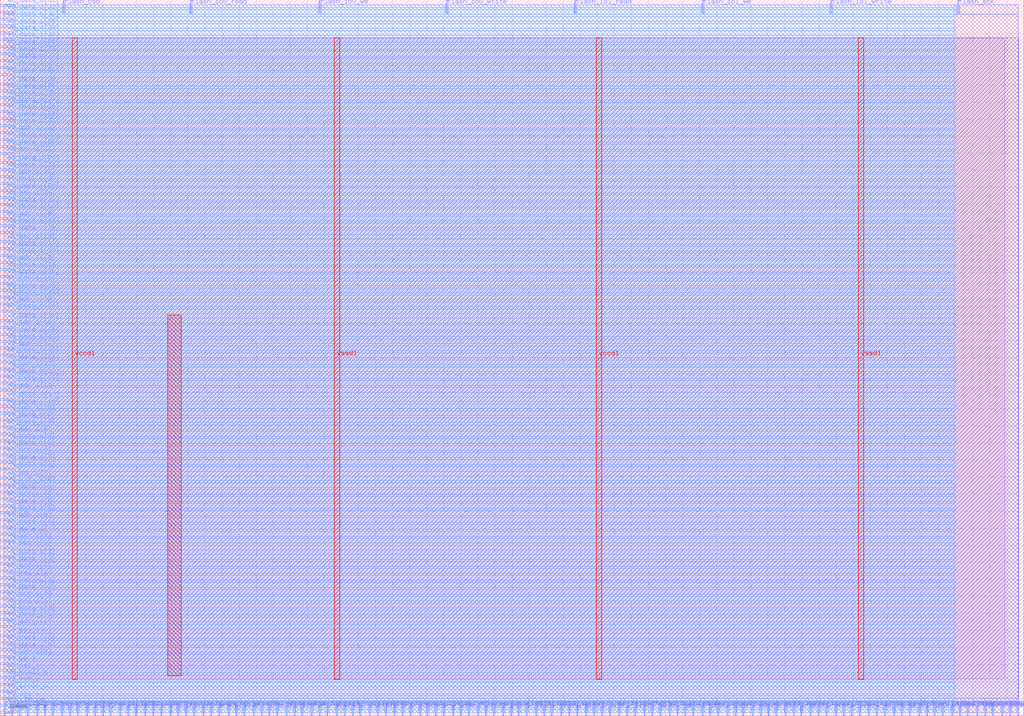
<source format=lef>
VERSION 5.7 ;
  NOWIREEXTENSIONATPIN ON ;
  DIVIDERCHAR "/" ;
  BUSBITCHARS "[]" ;
MACRO Flash
  CLASS BLOCK ;
  FOREIGN Flash ;
  ORIGIN 0.000 0.000 ;
  SIZE 300.000 BY 210.000 ;
  PIN flash_csb
    DIRECTION OUTPUT TRISTATE ;
    USE SIGNAL ;
    PORT
      LAYER met2 ;
        RECT 18.490 206.000 18.770 210.000 ;
    END
  END flash_csb
  PIN flash_io0_read
    DIRECTION INPUT ;
    USE SIGNAL ;
    PORT
      LAYER met2 ;
        RECT 55.750 206.000 56.030 210.000 ;
    END
  END flash_io0_read
  PIN flash_io0_we
    DIRECTION OUTPUT TRISTATE ;
    USE SIGNAL ;
    PORT
      LAYER met2 ;
        RECT 93.470 206.000 93.750 210.000 ;
    END
  END flash_io0_we
  PIN flash_io0_write
    DIRECTION OUTPUT TRISTATE ;
    USE SIGNAL ;
    PORT
      LAYER met2 ;
        RECT 130.730 206.000 131.010 210.000 ;
    END
  END flash_io0_write
  PIN flash_io1_read
    DIRECTION INPUT ;
    USE SIGNAL ;
    PORT
      LAYER met2 ;
        RECT 168.450 206.000 168.730 210.000 ;
    END
  END flash_io1_read
  PIN flash_io1_we
    DIRECTION OUTPUT TRISTATE ;
    USE SIGNAL ;
    PORT
      LAYER met2 ;
        RECT 205.710 206.000 205.990 210.000 ;
    END
  END flash_io1_we
  PIN flash_io1_write
    DIRECTION OUTPUT TRISTATE ;
    USE SIGNAL ;
    PORT
      LAYER met2 ;
        RECT 243.430 206.000 243.710 210.000 ;
    END
  END flash_io1_write
  PIN flash_sck
    DIRECTION OUTPUT TRISTATE ;
    USE SIGNAL ;
    PORT
      LAYER met2 ;
        RECT 280.690 206.000 280.970 210.000 ;
    END
  END flash_sck
  PIN sram_addr0[0]
    DIRECTION OUTPUT TRISTATE ;
    USE SIGNAL ;
    PORT
      LAYER met2 ;
        RECT 12.970 0.000 13.250 4.000 ;
    END
  END sram_addr0[0]
  PIN sram_addr0[1]
    DIRECTION OUTPUT TRISTATE ;
    USE SIGNAL ;
    PORT
      LAYER met2 ;
        RECT 27.690 0.000 27.970 4.000 ;
    END
  END sram_addr0[1]
  PIN sram_addr0[2]
    DIRECTION OUTPUT TRISTATE ;
    USE SIGNAL ;
    PORT
      LAYER met2 ;
        RECT 42.410 0.000 42.690 4.000 ;
    END
  END sram_addr0[2]
  PIN sram_addr0[3]
    DIRECTION OUTPUT TRISTATE ;
    USE SIGNAL ;
    PORT
      LAYER met2 ;
        RECT 56.670 0.000 56.950 4.000 ;
    END
  END sram_addr0[3]
  PIN sram_addr0[4]
    DIRECTION OUTPUT TRISTATE ;
    USE SIGNAL ;
    PORT
      LAYER met2 ;
        RECT 71.390 0.000 71.670 4.000 ;
    END
  END sram_addr0[4]
  PIN sram_addr0[5]
    DIRECTION OUTPUT TRISTATE ;
    USE SIGNAL ;
    PORT
      LAYER met2 ;
        RECT 83.810 0.000 84.090 4.000 ;
    END
  END sram_addr0[5]
  PIN sram_addr0[6]
    DIRECTION OUTPUT TRISTATE ;
    USE SIGNAL ;
    PORT
      LAYER met2 ;
        RECT 95.770 0.000 96.050 4.000 ;
    END
  END sram_addr0[6]
  PIN sram_addr0[7]
    DIRECTION OUTPUT TRISTATE ;
    USE SIGNAL ;
    PORT
      LAYER met2 ;
        RECT 108.190 0.000 108.470 4.000 ;
    END
  END sram_addr0[7]
  PIN sram_addr0[8]
    DIRECTION OUTPUT TRISTATE ;
    USE SIGNAL ;
    PORT
      LAYER met2 ;
        RECT 120.150 0.000 120.430 4.000 ;
    END
  END sram_addr0[8]
  PIN sram_addr1[0]
    DIRECTION OUTPUT TRISTATE ;
    USE SIGNAL ;
    PORT
      LAYER met2 ;
        RECT 15.270 0.000 15.550 4.000 ;
    END
  END sram_addr1[0]
  PIN sram_addr1[1]
    DIRECTION OUTPUT TRISTATE ;
    USE SIGNAL ;
    PORT
      LAYER met2 ;
        RECT 29.990 0.000 30.270 4.000 ;
    END
  END sram_addr1[1]
  PIN sram_addr1[2]
    DIRECTION OUTPUT TRISTATE ;
    USE SIGNAL ;
    PORT
      LAYER met2 ;
        RECT 44.710 0.000 44.990 4.000 ;
    END
  END sram_addr1[2]
  PIN sram_addr1[3]
    DIRECTION OUTPUT TRISTATE ;
    USE SIGNAL ;
    PORT
      LAYER met2 ;
        RECT 59.430 0.000 59.710 4.000 ;
    END
  END sram_addr1[3]
  PIN sram_addr1[4]
    DIRECTION OUTPUT TRISTATE ;
    USE SIGNAL ;
    PORT
      LAYER met2 ;
        RECT 74.150 0.000 74.430 4.000 ;
    END
  END sram_addr1[4]
  PIN sram_addr1[5]
    DIRECTION OUTPUT TRISTATE ;
    USE SIGNAL ;
    PORT
      LAYER met2 ;
        RECT 86.110 0.000 86.390 4.000 ;
    END
  END sram_addr1[5]
  PIN sram_addr1[6]
    DIRECTION OUTPUT TRISTATE ;
    USE SIGNAL ;
    PORT
      LAYER met2 ;
        RECT 98.530 0.000 98.810 4.000 ;
    END
  END sram_addr1[6]
  PIN sram_addr1[7]
    DIRECTION OUTPUT TRISTATE ;
    USE SIGNAL ;
    PORT
      LAYER met2 ;
        RECT 110.490 0.000 110.770 4.000 ;
    END
  END sram_addr1[7]
  PIN sram_addr1[8]
    DIRECTION OUTPUT TRISTATE ;
    USE SIGNAL ;
    PORT
      LAYER met2 ;
        RECT 122.910 0.000 123.190 4.000 ;
    END
  END sram_addr1[8]
  PIN sram_clk0
    DIRECTION OUTPUT TRISTATE ;
    USE SIGNAL ;
    PORT
      LAYER met2 ;
        RECT 1.010 0.000 1.290 4.000 ;
    END
  END sram_clk0
  PIN sram_clk1
    DIRECTION OUTPUT TRISTATE ;
    USE SIGNAL ;
    PORT
      LAYER met2 ;
        RECT 3.310 0.000 3.590 4.000 ;
    END
  END sram_clk1
  PIN sram_csb0
    DIRECTION OUTPUT TRISTATE ;
    USE SIGNAL ;
    PORT
      LAYER met2 ;
        RECT 5.610 0.000 5.890 4.000 ;
    END
  END sram_csb0
  PIN sram_csb1
    DIRECTION OUTPUT TRISTATE ;
    USE SIGNAL ;
    PORT
      LAYER met2 ;
        RECT 7.910 0.000 8.190 4.000 ;
    END
  END sram_csb1
  PIN sram_din0[0]
    DIRECTION OUTPUT TRISTATE ;
    USE SIGNAL ;
    PORT
      LAYER met2 ;
        RECT 18.030 0.000 18.310 4.000 ;
    END
  END sram_din0[0]
  PIN sram_din0[10]
    DIRECTION OUTPUT TRISTATE ;
    USE SIGNAL ;
    PORT
      LAYER met2 ;
        RECT 139.930 0.000 140.210 4.000 ;
    END
  END sram_din0[10]
  PIN sram_din0[11]
    DIRECTION OUTPUT TRISTATE ;
    USE SIGNAL ;
    PORT
      LAYER met2 ;
        RECT 147.290 0.000 147.570 4.000 ;
    END
  END sram_din0[11]
  PIN sram_din0[12]
    DIRECTION OUTPUT TRISTATE ;
    USE SIGNAL ;
    PORT
      LAYER met2 ;
        RECT 154.190 0.000 154.470 4.000 ;
    END
  END sram_din0[12]
  PIN sram_din0[13]
    DIRECTION OUTPUT TRISTATE ;
    USE SIGNAL ;
    PORT
      LAYER met2 ;
        RECT 161.550 0.000 161.830 4.000 ;
    END
  END sram_din0[13]
  PIN sram_din0[14]
    DIRECTION OUTPUT TRISTATE ;
    USE SIGNAL ;
    PORT
      LAYER met2 ;
        RECT 168.910 0.000 169.190 4.000 ;
    END
  END sram_din0[14]
  PIN sram_din0[15]
    DIRECTION OUTPUT TRISTATE ;
    USE SIGNAL ;
    PORT
      LAYER met2 ;
        RECT 176.270 0.000 176.550 4.000 ;
    END
  END sram_din0[15]
  PIN sram_din0[16]
    DIRECTION OUTPUT TRISTATE ;
    USE SIGNAL ;
    PORT
      LAYER met2 ;
        RECT 183.630 0.000 183.910 4.000 ;
    END
  END sram_din0[16]
  PIN sram_din0[17]
    DIRECTION OUTPUT TRISTATE ;
    USE SIGNAL ;
    PORT
      LAYER met2 ;
        RECT 190.990 0.000 191.270 4.000 ;
    END
  END sram_din0[17]
  PIN sram_din0[18]
    DIRECTION OUTPUT TRISTATE ;
    USE SIGNAL ;
    PORT
      LAYER met2 ;
        RECT 198.350 0.000 198.630 4.000 ;
    END
  END sram_din0[18]
  PIN sram_din0[19]
    DIRECTION OUTPUT TRISTATE ;
    USE SIGNAL ;
    PORT
      LAYER met2 ;
        RECT 205.710 0.000 205.990 4.000 ;
    END
  END sram_din0[19]
  PIN sram_din0[1]
    DIRECTION OUTPUT TRISTATE ;
    USE SIGNAL ;
    PORT
      LAYER met2 ;
        RECT 32.290 0.000 32.570 4.000 ;
    END
  END sram_din0[1]
  PIN sram_din0[20]
    DIRECTION OUTPUT TRISTATE ;
    USE SIGNAL ;
    PORT
      LAYER met2 ;
        RECT 213.070 0.000 213.350 4.000 ;
    END
  END sram_din0[20]
  PIN sram_din0[21]
    DIRECTION OUTPUT TRISTATE ;
    USE SIGNAL ;
    PORT
      LAYER met2 ;
        RECT 220.430 0.000 220.710 4.000 ;
    END
  END sram_din0[21]
  PIN sram_din0[22]
    DIRECTION OUTPUT TRISTATE ;
    USE SIGNAL ;
    PORT
      LAYER met2 ;
        RECT 227.330 0.000 227.610 4.000 ;
    END
  END sram_din0[22]
  PIN sram_din0[23]
    DIRECTION OUTPUT TRISTATE ;
    USE SIGNAL ;
    PORT
      LAYER met2 ;
        RECT 234.690 0.000 234.970 4.000 ;
    END
  END sram_din0[23]
  PIN sram_din0[24]
    DIRECTION OUTPUT TRISTATE ;
    USE SIGNAL ;
    PORT
      LAYER met2 ;
        RECT 242.050 0.000 242.330 4.000 ;
    END
  END sram_din0[24]
  PIN sram_din0[25]
    DIRECTION OUTPUT TRISTATE ;
    USE SIGNAL ;
    PORT
      LAYER met2 ;
        RECT 249.410 0.000 249.690 4.000 ;
    END
  END sram_din0[25]
  PIN sram_din0[26]
    DIRECTION OUTPUT TRISTATE ;
    USE SIGNAL ;
    PORT
      LAYER met2 ;
        RECT 256.770 0.000 257.050 4.000 ;
    END
  END sram_din0[26]
  PIN sram_din0[27]
    DIRECTION OUTPUT TRISTATE ;
    USE SIGNAL ;
    PORT
      LAYER met2 ;
        RECT 264.130 0.000 264.410 4.000 ;
    END
  END sram_din0[27]
  PIN sram_din0[28]
    DIRECTION OUTPUT TRISTATE ;
    USE SIGNAL ;
    PORT
      LAYER met2 ;
        RECT 271.490 0.000 271.770 4.000 ;
    END
  END sram_din0[28]
  PIN sram_din0[29]
    DIRECTION OUTPUT TRISTATE ;
    USE SIGNAL ;
    PORT
      LAYER met2 ;
        RECT 278.850 0.000 279.130 4.000 ;
    END
  END sram_din0[29]
  PIN sram_din0[2]
    DIRECTION OUTPUT TRISTATE ;
    USE SIGNAL ;
    PORT
      LAYER met2 ;
        RECT 47.010 0.000 47.290 4.000 ;
    END
  END sram_din0[2]
  PIN sram_din0[30]
    DIRECTION OUTPUT TRISTATE ;
    USE SIGNAL ;
    PORT
      LAYER met2 ;
        RECT 286.210 0.000 286.490 4.000 ;
    END
  END sram_din0[30]
  PIN sram_din0[31]
    DIRECTION OUTPUT TRISTATE ;
    USE SIGNAL ;
    PORT
      LAYER met2 ;
        RECT 293.570 0.000 293.850 4.000 ;
    END
  END sram_din0[31]
  PIN sram_din0[3]
    DIRECTION OUTPUT TRISTATE ;
    USE SIGNAL ;
    PORT
      LAYER met2 ;
        RECT 61.730 0.000 62.010 4.000 ;
    END
  END sram_din0[3]
  PIN sram_din0[4]
    DIRECTION OUTPUT TRISTATE ;
    USE SIGNAL ;
    PORT
      LAYER met2 ;
        RECT 76.450 0.000 76.730 4.000 ;
    END
  END sram_din0[4]
  PIN sram_din0[5]
    DIRECTION OUTPUT TRISTATE ;
    USE SIGNAL ;
    PORT
      LAYER met2 ;
        RECT 88.410 0.000 88.690 4.000 ;
    END
  END sram_din0[5]
  PIN sram_din0[6]
    DIRECTION OUTPUT TRISTATE ;
    USE SIGNAL ;
    PORT
      LAYER met2 ;
        RECT 100.830 0.000 101.110 4.000 ;
    END
  END sram_din0[6]
  PIN sram_din0[7]
    DIRECTION OUTPUT TRISTATE ;
    USE SIGNAL ;
    PORT
      LAYER met2 ;
        RECT 112.790 0.000 113.070 4.000 ;
    END
  END sram_din0[7]
  PIN sram_din0[8]
    DIRECTION OUTPUT TRISTATE ;
    USE SIGNAL ;
    PORT
      LAYER met2 ;
        RECT 125.210 0.000 125.490 4.000 ;
    END
  END sram_din0[8]
  PIN sram_din0[9]
    DIRECTION OUTPUT TRISTATE ;
    USE SIGNAL ;
    PORT
      LAYER met2 ;
        RECT 132.570 0.000 132.850 4.000 ;
    END
  END sram_din0[9]
  PIN sram_dout0[0]
    DIRECTION INPUT ;
    USE SIGNAL ;
    PORT
      LAYER met2 ;
        RECT 20.330 0.000 20.610 4.000 ;
    END
  END sram_dout0[0]
  PIN sram_dout0[10]
    DIRECTION INPUT ;
    USE SIGNAL ;
    PORT
      LAYER met2 ;
        RECT 142.230 0.000 142.510 4.000 ;
    END
  END sram_dout0[10]
  PIN sram_dout0[11]
    DIRECTION INPUT ;
    USE SIGNAL ;
    PORT
      LAYER met2 ;
        RECT 149.590 0.000 149.870 4.000 ;
    END
  END sram_dout0[11]
  PIN sram_dout0[12]
    DIRECTION INPUT ;
    USE SIGNAL ;
    PORT
      LAYER met2 ;
        RECT 156.950 0.000 157.230 4.000 ;
    END
  END sram_dout0[12]
  PIN sram_dout0[13]
    DIRECTION INPUT ;
    USE SIGNAL ;
    PORT
      LAYER met2 ;
        RECT 164.310 0.000 164.590 4.000 ;
    END
  END sram_dout0[13]
  PIN sram_dout0[14]
    DIRECTION INPUT ;
    USE SIGNAL ;
    PORT
      LAYER met2 ;
        RECT 171.670 0.000 171.950 4.000 ;
    END
  END sram_dout0[14]
  PIN sram_dout0[15]
    DIRECTION INPUT ;
    USE SIGNAL ;
    PORT
      LAYER met2 ;
        RECT 178.570 0.000 178.850 4.000 ;
    END
  END sram_dout0[15]
  PIN sram_dout0[16]
    DIRECTION INPUT ;
    USE SIGNAL ;
    PORT
      LAYER met2 ;
        RECT 185.930 0.000 186.210 4.000 ;
    END
  END sram_dout0[16]
  PIN sram_dout0[17]
    DIRECTION INPUT ;
    USE SIGNAL ;
    PORT
      LAYER met2 ;
        RECT 193.290 0.000 193.570 4.000 ;
    END
  END sram_dout0[17]
  PIN sram_dout0[18]
    DIRECTION INPUT ;
    USE SIGNAL ;
    PORT
      LAYER met2 ;
        RECT 200.650 0.000 200.930 4.000 ;
    END
  END sram_dout0[18]
  PIN sram_dout0[19]
    DIRECTION INPUT ;
    USE SIGNAL ;
    PORT
      LAYER met2 ;
        RECT 208.010 0.000 208.290 4.000 ;
    END
  END sram_dout0[19]
  PIN sram_dout0[1]
    DIRECTION INPUT ;
    USE SIGNAL ;
    PORT
      LAYER met2 ;
        RECT 35.050 0.000 35.330 4.000 ;
    END
  END sram_dout0[1]
  PIN sram_dout0[20]
    DIRECTION INPUT ;
    USE SIGNAL ;
    PORT
      LAYER met2 ;
        RECT 215.370 0.000 215.650 4.000 ;
    END
  END sram_dout0[20]
  PIN sram_dout0[21]
    DIRECTION INPUT ;
    USE SIGNAL ;
    PORT
      LAYER met2 ;
        RECT 222.730 0.000 223.010 4.000 ;
    END
  END sram_dout0[21]
  PIN sram_dout0[22]
    DIRECTION INPUT ;
    USE SIGNAL ;
    PORT
      LAYER met2 ;
        RECT 230.090 0.000 230.370 4.000 ;
    END
  END sram_dout0[22]
  PIN sram_dout0[23]
    DIRECTION INPUT ;
    USE SIGNAL ;
    PORT
      LAYER met2 ;
        RECT 237.450 0.000 237.730 4.000 ;
    END
  END sram_dout0[23]
  PIN sram_dout0[24]
    DIRECTION INPUT ;
    USE SIGNAL ;
    PORT
      LAYER met2 ;
        RECT 244.810 0.000 245.090 4.000 ;
    END
  END sram_dout0[24]
  PIN sram_dout0[25]
    DIRECTION INPUT ;
    USE SIGNAL ;
    PORT
      LAYER met2 ;
        RECT 251.710 0.000 251.990 4.000 ;
    END
  END sram_dout0[25]
  PIN sram_dout0[26]
    DIRECTION INPUT ;
    USE SIGNAL ;
    PORT
      LAYER met2 ;
        RECT 259.070 0.000 259.350 4.000 ;
    END
  END sram_dout0[26]
  PIN sram_dout0[27]
    DIRECTION INPUT ;
    USE SIGNAL ;
    PORT
      LAYER met2 ;
        RECT 266.430 0.000 266.710 4.000 ;
    END
  END sram_dout0[27]
  PIN sram_dout0[28]
    DIRECTION INPUT ;
    USE SIGNAL ;
    PORT
      LAYER met2 ;
        RECT 273.790 0.000 274.070 4.000 ;
    END
  END sram_dout0[28]
  PIN sram_dout0[29]
    DIRECTION INPUT ;
    USE SIGNAL ;
    PORT
      LAYER met2 ;
        RECT 281.150 0.000 281.430 4.000 ;
    END
  END sram_dout0[29]
  PIN sram_dout0[2]
    DIRECTION INPUT ;
    USE SIGNAL ;
    PORT
      LAYER met2 ;
        RECT 49.770 0.000 50.050 4.000 ;
    END
  END sram_dout0[2]
  PIN sram_dout0[30]
    DIRECTION INPUT ;
    USE SIGNAL ;
    PORT
      LAYER met2 ;
        RECT 288.510 0.000 288.790 4.000 ;
    END
  END sram_dout0[30]
  PIN sram_dout0[31]
    DIRECTION INPUT ;
    USE SIGNAL ;
    PORT
      LAYER met2 ;
        RECT 295.870 0.000 296.150 4.000 ;
    END
  END sram_dout0[31]
  PIN sram_dout0[3]
    DIRECTION INPUT ;
    USE SIGNAL ;
    PORT
      LAYER met2 ;
        RECT 64.030 0.000 64.310 4.000 ;
    END
  END sram_dout0[3]
  PIN sram_dout0[4]
    DIRECTION INPUT ;
    USE SIGNAL ;
    PORT
      LAYER met2 ;
        RECT 78.750 0.000 79.030 4.000 ;
    END
  END sram_dout0[4]
  PIN sram_dout0[5]
    DIRECTION INPUT ;
    USE SIGNAL ;
    PORT
      LAYER met2 ;
        RECT 91.170 0.000 91.450 4.000 ;
    END
  END sram_dout0[5]
  PIN sram_dout0[6]
    DIRECTION INPUT ;
    USE SIGNAL ;
    PORT
      LAYER met2 ;
        RECT 103.130 0.000 103.410 4.000 ;
    END
  END sram_dout0[6]
  PIN sram_dout0[7]
    DIRECTION INPUT ;
    USE SIGNAL ;
    PORT
      LAYER met2 ;
        RECT 115.550 0.000 115.830 4.000 ;
    END
  END sram_dout0[7]
  PIN sram_dout0[8]
    DIRECTION INPUT ;
    USE SIGNAL ;
    PORT
      LAYER met2 ;
        RECT 127.510 0.000 127.790 4.000 ;
    END
  END sram_dout0[8]
  PIN sram_dout0[9]
    DIRECTION INPUT ;
    USE SIGNAL ;
    PORT
      LAYER met2 ;
        RECT 134.870 0.000 135.150 4.000 ;
    END
  END sram_dout0[9]
  PIN sram_dout1[0]
    DIRECTION INPUT ;
    USE SIGNAL ;
    PORT
      LAYER met2 ;
        RECT 22.630 0.000 22.910 4.000 ;
    END
  END sram_dout1[0]
  PIN sram_dout1[10]
    DIRECTION INPUT ;
    USE SIGNAL ;
    PORT
      LAYER met2 ;
        RECT 144.530 0.000 144.810 4.000 ;
    END
  END sram_dout1[10]
  PIN sram_dout1[11]
    DIRECTION INPUT ;
    USE SIGNAL ;
    PORT
      LAYER met2 ;
        RECT 151.890 0.000 152.170 4.000 ;
    END
  END sram_dout1[11]
  PIN sram_dout1[12]
    DIRECTION INPUT ;
    USE SIGNAL ;
    PORT
      LAYER met2 ;
        RECT 159.250 0.000 159.530 4.000 ;
    END
  END sram_dout1[12]
  PIN sram_dout1[13]
    DIRECTION INPUT ;
    USE SIGNAL ;
    PORT
      LAYER met2 ;
        RECT 166.610 0.000 166.890 4.000 ;
    END
  END sram_dout1[13]
  PIN sram_dout1[14]
    DIRECTION INPUT ;
    USE SIGNAL ;
    PORT
      LAYER met2 ;
        RECT 173.970 0.000 174.250 4.000 ;
    END
  END sram_dout1[14]
  PIN sram_dout1[15]
    DIRECTION INPUT ;
    USE SIGNAL ;
    PORT
      LAYER met2 ;
        RECT 181.330 0.000 181.610 4.000 ;
    END
  END sram_dout1[15]
  PIN sram_dout1[16]
    DIRECTION INPUT ;
    USE SIGNAL ;
    PORT
      LAYER met2 ;
        RECT 188.690 0.000 188.970 4.000 ;
    END
  END sram_dout1[16]
  PIN sram_dout1[17]
    DIRECTION INPUT ;
    USE SIGNAL ;
    PORT
      LAYER met2 ;
        RECT 196.050 0.000 196.330 4.000 ;
    END
  END sram_dout1[17]
  PIN sram_dout1[18]
    DIRECTION INPUT ;
    USE SIGNAL ;
    PORT
      LAYER met2 ;
        RECT 202.950 0.000 203.230 4.000 ;
    END
  END sram_dout1[18]
  PIN sram_dout1[19]
    DIRECTION INPUT ;
    USE SIGNAL ;
    PORT
      LAYER met2 ;
        RECT 210.310 0.000 210.590 4.000 ;
    END
  END sram_dout1[19]
  PIN sram_dout1[1]
    DIRECTION INPUT ;
    USE SIGNAL ;
    PORT
      LAYER met2 ;
        RECT 37.350 0.000 37.630 4.000 ;
    END
  END sram_dout1[1]
  PIN sram_dout1[20]
    DIRECTION INPUT ;
    USE SIGNAL ;
    PORT
      LAYER met2 ;
        RECT 217.670 0.000 217.950 4.000 ;
    END
  END sram_dout1[20]
  PIN sram_dout1[21]
    DIRECTION INPUT ;
    USE SIGNAL ;
    PORT
      LAYER met2 ;
        RECT 225.030 0.000 225.310 4.000 ;
    END
  END sram_dout1[21]
  PIN sram_dout1[22]
    DIRECTION INPUT ;
    USE SIGNAL ;
    PORT
      LAYER met2 ;
        RECT 232.390 0.000 232.670 4.000 ;
    END
  END sram_dout1[22]
  PIN sram_dout1[23]
    DIRECTION INPUT ;
    USE SIGNAL ;
    PORT
      LAYER met2 ;
        RECT 239.750 0.000 240.030 4.000 ;
    END
  END sram_dout1[23]
  PIN sram_dout1[24]
    DIRECTION INPUT ;
    USE SIGNAL ;
    PORT
      LAYER met2 ;
        RECT 247.110 0.000 247.390 4.000 ;
    END
  END sram_dout1[24]
  PIN sram_dout1[25]
    DIRECTION INPUT ;
    USE SIGNAL ;
    PORT
      LAYER met2 ;
        RECT 254.470 0.000 254.750 4.000 ;
    END
  END sram_dout1[25]
  PIN sram_dout1[26]
    DIRECTION INPUT ;
    USE SIGNAL ;
    PORT
      LAYER met2 ;
        RECT 261.830 0.000 262.110 4.000 ;
    END
  END sram_dout1[26]
  PIN sram_dout1[27]
    DIRECTION INPUT ;
    USE SIGNAL ;
    PORT
      LAYER met2 ;
        RECT 269.190 0.000 269.470 4.000 ;
    END
  END sram_dout1[27]
  PIN sram_dout1[28]
    DIRECTION INPUT ;
    USE SIGNAL ;
    PORT
      LAYER met2 ;
        RECT 276.090 0.000 276.370 4.000 ;
    END
  END sram_dout1[28]
  PIN sram_dout1[29]
    DIRECTION INPUT ;
    USE SIGNAL ;
    PORT
      LAYER met2 ;
        RECT 283.450 0.000 283.730 4.000 ;
    END
  END sram_dout1[29]
  PIN sram_dout1[2]
    DIRECTION INPUT ;
    USE SIGNAL ;
    PORT
      LAYER met2 ;
        RECT 52.070 0.000 52.350 4.000 ;
    END
  END sram_dout1[2]
  PIN sram_dout1[30]
    DIRECTION INPUT ;
    USE SIGNAL ;
    PORT
      LAYER met2 ;
        RECT 290.810 0.000 291.090 4.000 ;
    END
  END sram_dout1[30]
  PIN sram_dout1[31]
    DIRECTION INPUT ;
    USE SIGNAL ;
    PORT
      LAYER met2 ;
        RECT 298.170 0.000 298.450 4.000 ;
    END
  END sram_dout1[31]
  PIN sram_dout1[3]
    DIRECTION INPUT ;
    USE SIGNAL ;
    PORT
      LAYER met2 ;
        RECT 66.790 0.000 67.070 4.000 ;
    END
  END sram_dout1[3]
  PIN sram_dout1[4]
    DIRECTION INPUT ;
    USE SIGNAL ;
    PORT
      LAYER met2 ;
        RECT 81.050 0.000 81.330 4.000 ;
    END
  END sram_dout1[4]
  PIN sram_dout1[5]
    DIRECTION INPUT ;
    USE SIGNAL ;
    PORT
      LAYER met2 ;
        RECT 93.470 0.000 93.750 4.000 ;
    END
  END sram_dout1[5]
  PIN sram_dout1[6]
    DIRECTION INPUT ;
    USE SIGNAL ;
    PORT
      LAYER met2 ;
        RECT 105.430 0.000 105.710 4.000 ;
    END
  END sram_dout1[6]
  PIN sram_dout1[7]
    DIRECTION INPUT ;
    USE SIGNAL ;
    PORT
      LAYER met2 ;
        RECT 117.850 0.000 118.130 4.000 ;
    END
  END sram_dout1[7]
  PIN sram_dout1[8]
    DIRECTION INPUT ;
    USE SIGNAL ;
    PORT
      LAYER met2 ;
        RECT 129.810 0.000 130.090 4.000 ;
    END
  END sram_dout1[8]
  PIN sram_dout1[9]
    DIRECTION INPUT ;
    USE SIGNAL ;
    PORT
      LAYER met2 ;
        RECT 137.170 0.000 137.450 4.000 ;
    END
  END sram_dout1[9]
  PIN sram_web0
    DIRECTION OUTPUT TRISTATE ;
    USE SIGNAL ;
    PORT
      LAYER met2 ;
        RECT 10.670 0.000 10.950 4.000 ;
    END
  END sram_web0
  PIN sram_wmask0[0]
    DIRECTION OUTPUT TRISTATE ;
    USE SIGNAL ;
    PORT
      LAYER met2 ;
        RECT 25.390 0.000 25.670 4.000 ;
    END
  END sram_wmask0[0]
  PIN sram_wmask0[1]
    DIRECTION OUTPUT TRISTATE ;
    USE SIGNAL ;
    PORT
      LAYER met2 ;
        RECT 39.650 0.000 39.930 4.000 ;
    END
  END sram_wmask0[1]
  PIN sram_wmask0[2]
    DIRECTION OUTPUT TRISTATE ;
    USE SIGNAL ;
    PORT
      LAYER met2 ;
        RECT 54.370 0.000 54.650 4.000 ;
    END
  END sram_wmask0[2]
  PIN sram_wmask0[3]
    DIRECTION OUTPUT TRISTATE ;
    USE SIGNAL ;
    PORT
      LAYER met2 ;
        RECT 69.090 0.000 69.370 4.000 ;
    END
  END sram_wmask0[3]
  PIN vccd1
    DIRECTION INPUT ;
    USE POWER ;
    PORT
      LAYER met4 ;
        RECT 21.040 10.640 22.640 198.800 ;
    END
    PORT
      LAYER met4 ;
        RECT 174.640 10.640 176.240 198.800 ;
    END
  END vccd1
  PIN vssd1
    DIRECTION INPUT ;
    USE GROUND ;
    PORT
      LAYER met4 ;
        RECT 97.840 10.640 99.440 198.800 ;
    END
    PORT
      LAYER met4 ;
        RECT 251.440 10.640 253.040 198.800 ;
    END
  END vssd1
  PIN wb_ack_o
    DIRECTION OUTPUT TRISTATE ;
    USE SIGNAL ;
    PORT
      LAYER met3 ;
        RECT 0.000 0.720 4.000 1.320 ;
    END
  END wb_ack_o
  PIN wb_adr_i[0]
    DIRECTION INPUT ;
    USE SIGNAL ;
    PORT
      LAYER met3 ;
        RECT 0.000 17.040 4.000 17.640 ;
    END
  END wb_adr_i[0]
  PIN wb_adr_i[10]
    DIRECTION INPUT ;
    USE SIGNAL ;
    PORT
      LAYER met3 ;
        RECT 0.000 88.440 4.000 89.040 ;
    END
  END wb_adr_i[10]
  PIN wb_adr_i[11]
    DIRECTION INPUT ;
    USE SIGNAL ;
    PORT
      LAYER met3 ;
        RECT 0.000 95.240 4.000 95.840 ;
    END
  END wb_adr_i[11]
  PIN wb_adr_i[12]
    DIRECTION INPUT ;
    USE SIGNAL ;
    PORT
      LAYER met3 ;
        RECT 0.000 101.360 4.000 101.960 ;
    END
  END wb_adr_i[12]
  PIN wb_adr_i[13]
    DIRECTION INPUT ;
    USE SIGNAL ;
    PORT
      LAYER met3 ;
        RECT 0.000 107.480 4.000 108.080 ;
    END
  END wb_adr_i[13]
  PIN wb_adr_i[14]
    DIRECTION INPUT ;
    USE SIGNAL ;
    PORT
      LAYER met3 ;
        RECT 0.000 113.600 4.000 114.200 ;
    END
  END wb_adr_i[14]
  PIN wb_adr_i[15]
    DIRECTION INPUT ;
    USE SIGNAL ;
    PORT
      LAYER met3 ;
        RECT 0.000 120.400 4.000 121.000 ;
    END
  END wb_adr_i[15]
  PIN wb_adr_i[16]
    DIRECTION INPUT ;
    USE SIGNAL ;
    PORT
      LAYER met3 ;
        RECT 0.000 126.520 4.000 127.120 ;
    END
  END wb_adr_i[16]
  PIN wb_adr_i[17]
    DIRECTION INPUT ;
    USE SIGNAL ;
    PORT
      LAYER met3 ;
        RECT 0.000 132.640 4.000 133.240 ;
    END
  END wb_adr_i[17]
  PIN wb_adr_i[18]
    DIRECTION INPUT ;
    USE SIGNAL ;
    PORT
      LAYER met3 ;
        RECT 0.000 138.760 4.000 139.360 ;
    END
  END wb_adr_i[18]
  PIN wb_adr_i[19]
    DIRECTION INPUT ;
    USE SIGNAL ;
    PORT
      LAYER met3 ;
        RECT 0.000 145.560 4.000 146.160 ;
    END
  END wb_adr_i[19]
  PIN wb_adr_i[1]
    DIRECTION INPUT ;
    USE SIGNAL ;
    PORT
      LAYER met3 ;
        RECT 0.000 25.880 4.000 26.480 ;
    END
  END wb_adr_i[1]
  PIN wb_adr_i[20]
    DIRECTION INPUT ;
    USE SIGNAL ;
    PORT
      LAYER met3 ;
        RECT 0.000 151.680 4.000 152.280 ;
    END
  END wb_adr_i[20]
  PIN wb_adr_i[21]
    DIRECTION INPUT ;
    USE SIGNAL ;
    PORT
      LAYER met3 ;
        RECT 0.000 157.800 4.000 158.400 ;
    END
  END wb_adr_i[21]
  PIN wb_adr_i[22]
    DIRECTION INPUT ;
    USE SIGNAL ;
    PORT
      LAYER met3 ;
        RECT 0.000 164.600 4.000 165.200 ;
    END
  END wb_adr_i[22]
  PIN wb_adr_i[23]
    DIRECTION INPUT ;
    USE SIGNAL ;
    PORT
      LAYER met3 ;
        RECT 0.000 170.720 4.000 171.320 ;
    END
  END wb_adr_i[23]
  PIN wb_adr_i[2]
    DIRECTION INPUT ;
    USE SIGNAL ;
    PORT
      LAYER met3 ;
        RECT 0.000 34.040 4.000 34.640 ;
    END
  END wb_adr_i[2]
  PIN wb_adr_i[3]
    DIRECTION INPUT ;
    USE SIGNAL ;
    PORT
      LAYER met3 ;
        RECT 0.000 42.200 4.000 42.800 ;
    END
  END wb_adr_i[3]
  PIN wb_adr_i[4]
    DIRECTION INPUT ;
    USE SIGNAL ;
    PORT
      LAYER met3 ;
        RECT 0.000 51.040 4.000 51.640 ;
    END
  END wb_adr_i[4]
  PIN wb_adr_i[5]
    DIRECTION INPUT ;
    USE SIGNAL ;
    PORT
      LAYER met3 ;
        RECT 0.000 57.160 4.000 57.760 ;
    END
  END wb_adr_i[5]
  PIN wb_adr_i[6]
    DIRECTION INPUT ;
    USE SIGNAL ;
    PORT
      LAYER met3 ;
        RECT 0.000 63.280 4.000 63.880 ;
    END
  END wb_adr_i[6]
  PIN wb_adr_i[7]
    DIRECTION INPUT ;
    USE SIGNAL ;
    PORT
      LAYER met3 ;
        RECT 0.000 69.400 4.000 70.000 ;
    END
  END wb_adr_i[7]
  PIN wb_adr_i[8]
    DIRECTION INPUT ;
    USE SIGNAL ;
    PORT
      LAYER met3 ;
        RECT 0.000 76.200 4.000 76.800 ;
    END
  END wb_adr_i[8]
  PIN wb_adr_i[9]
    DIRECTION INPUT ;
    USE SIGNAL ;
    PORT
      LAYER met3 ;
        RECT 0.000 82.320 4.000 82.920 ;
    END
  END wb_adr_i[9]
  PIN wb_clk_i
    DIRECTION INPUT ;
    USE SIGNAL ;
    PORT
      LAYER met3 ;
        RECT 0.000 2.760 4.000 3.360 ;
    END
  END wb_clk_i
  PIN wb_cyc_i
    DIRECTION INPUT ;
    USE SIGNAL ;
    PORT
      LAYER met3 ;
        RECT 0.000 4.800 4.000 5.400 ;
    END
  END wb_cyc_i
  PIN wb_data_i[0]
    DIRECTION INPUT ;
    USE SIGNAL ;
    PORT
      LAYER met3 ;
        RECT 0.000 19.080 4.000 19.680 ;
    END
  END wb_data_i[0]
  PIN wb_data_i[10]
    DIRECTION INPUT ;
    USE SIGNAL ;
    PORT
      LAYER met3 ;
        RECT 0.000 90.480 4.000 91.080 ;
    END
  END wb_data_i[10]
  PIN wb_data_i[11]
    DIRECTION INPUT ;
    USE SIGNAL ;
    PORT
      LAYER met3 ;
        RECT 0.000 97.280 4.000 97.880 ;
    END
  END wb_data_i[11]
  PIN wb_data_i[12]
    DIRECTION INPUT ;
    USE SIGNAL ;
    PORT
      LAYER met3 ;
        RECT 0.000 103.400 4.000 104.000 ;
    END
  END wb_data_i[12]
  PIN wb_data_i[13]
    DIRECTION INPUT ;
    USE SIGNAL ;
    PORT
      LAYER met3 ;
        RECT 0.000 109.520 4.000 110.120 ;
    END
  END wb_data_i[13]
  PIN wb_data_i[14]
    DIRECTION INPUT ;
    USE SIGNAL ;
    PORT
      LAYER met3 ;
        RECT 0.000 115.640 4.000 116.240 ;
    END
  END wb_data_i[14]
  PIN wb_data_i[15]
    DIRECTION INPUT ;
    USE SIGNAL ;
    PORT
      LAYER met3 ;
        RECT 0.000 122.440 4.000 123.040 ;
    END
  END wb_data_i[15]
  PIN wb_data_i[16]
    DIRECTION INPUT ;
    USE SIGNAL ;
    PORT
      LAYER met3 ;
        RECT 0.000 128.560 4.000 129.160 ;
    END
  END wb_data_i[16]
  PIN wb_data_i[17]
    DIRECTION INPUT ;
    USE SIGNAL ;
    PORT
      LAYER met3 ;
        RECT 0.000 134.680 4.000 135.280 ;
    END
  END wb_data_i[17]
  PIN wb_data_i[18]
    DIRECTION INPUT ;
    USE SIGNAL ;
    PORT
      LAYER met3 ;
        RECT 0.000 141.480 4.000 142.080 ;
    END
  END wb_data_i[18]
  PIN wb_data_i[19]
    DIRECTION INPUT ;
    USE SIGNAL ;
    PORT
      LAYER met3 ;
        RECT 0.000 147.600 4.000 148.200 ;
    END
  END wb_data_i[19]
  PIN wb_data_i[1]
    DIRECTION INPUT ;
    USE SIGNAL ;
    PORT
      LAYER met3 ;
        RECT 0.000 27.920 4.000 28.520 ;
    END
  END wb_data_i[1]
  PIN wb_data_i[20]
    DIRECTION INPUT ;
    USE SIGNAL ;
    PORT
      LAYER met3 ;
        RECT 0.000 153.720 4.000 154.320 ;
    END
  END wb_data_i[20]
  PIN wb_data_i[21]
    DIRECTION INPUT ;
    USE SIGNAL ;
    PORT
      LAYER met3 ;
        RECT 0.000 159.840 4.000 160.440 ;
    END
  END wb_data_i[21]
  PIN wb_data_i[22]
    DIRECTION INPUT ;
    USE SIGNAL ;
    PORT
      LAYER met3 ;
        RECT 0.000 166.640 4.000 167.240 ;
    END
  END wb_data_i[22]
  PIN wb_data_i[23]
    DIRECTION INPUT ;
    USE SIGNAL ;
    PORT
      LAYER met3 ;
        RECT 0.000 172.760 4.000 173.360 ;
    END
  END wb_data_i[23]
  PIN wb_data_i[24]
    DIRECTION INPUT ;
    USE SIGNAL ;
    PORT
      LAYER met3 ;
        RECT 0.000 176.840 4.000 177.440 ;
    END
  END wb_data_i[24]
  PIN wb_data_i[25]
    DIRECTION INPUT ;
    USE SIGNAL ;
    PORT
      LAYER met3 ;
        RECT 0.000 180.920 4.000 181.520 ;
    END
  END wb_data_i[25]
  PIN wb_data_i[26]
    DIRECTION INPUT ;
    USE SIGNAL ;
    PORT
      LAYER met3 ;
        RECT 0.000 185.000 4.000 185.600 ;
    END
  END wb_data_i[26]
  PIN wb_data_i[27]
    DIRECTION INPUT ;
    USE SIGNAL ;
    PORT
      LAYER met3 ;
        RECT 0.000 189.760 4.000 190.360 ;
    END
  END wb_data_i[27]
  PIN wb_data_i[28]
    DIRECTION INPUT ;
    USE SIGNAL ;
    PORT
      LAYER met3 ;
        RECT 0.000 193.840 4.000 194.440 ;
    END
  END wb_data_i[28]
  PIN wb_data_i[29]
    DIRECTION INPUT ;
    USE SIGNAL ;
    PORT
      LAYER met3 ;
        RECT 0.000 197.920 4.000 198.520 ;
    END
  END wb_data_i[29]
  PIN wb_data_i[2]
    DIRECTION INPUT ;
    USE SIGNAL ;
    PORT
      LAYER met3 ;
        RECT 0.000 36.080 4.000 36.680 ;
    END
  END wb_data_i[2]
  PIN wb_data_i[30]
    DIRECTION INPUT ;
    USE SIGNAL ;
    PORT
      LAYER met3 ;
        RECT 0.000 202.000 4.000 202.600 ;
    END
  END wb_data_i[30]
  PIN wb_data_i[31]
    DIRECTION INPUT ;
    USE SIGNAL ;
    PORT
      LAYER met3 ;
        RECT 0.000 206.080 4.000 206.680 ;
    END
  END wb_data_i[31]
  PIN wb_data_i[3]
    DIRECTION INPUT ;
    USE SIGNAL ;
    PORT
      LAYER met3 ;
        RECT 0.000 44.240 4.000 44.840 ;
    END
  END wb_data_i[3]
  PIN wb_data_i[4]
    DIRECTION INPUT ;
    USE SIGNAL ;
    PORT
      LAYER met3 ;
        RECT 0.000 53.080 4.000 53.680 ;
    END
  END wb_data_i[4]
  PIN wb_data_i[5]
    DIRECTION INPUT ;
    USE SIGNAL ;
    PORT
      LAYER met3 ;
        RECT 0.000 59.200 4.000 59.800 ;
    END
  END wb_data_i[5]
  PIN wb_data_i[6]
    DIRECTION INPUT ;
    USE SIGNAL ;
    PORT
      LAYER met3 ;
        RECT 0.000 65.320 4.000 65.920 ;
    END
  END wb_data_i[6]
  PIN wb_data_i[7]
    DIRECTION INPUT ;
    USE SIGNAL ;
    PORT
      LAYER met3 ;
        RECT 0.000 72.120 4.000 72.720 ;
    END
  END wb_data_i[7]
  PIN wb_data_i[8]
    DIRECTION INPUT ;
    USE SIGNAL ;
    PORT
      LAYER met3 ;
        RECT 0.000 78.240 4.000 78.840 ;
    END
  END wb_data_i[8]
  PIN wb_data_i[9]
    DIRECTION INPUT ;
    USE SIGNAL ;
    PORT
      LAYER met3 ;
        RECT 0.000 84.360 4.000 84.960 ;
    END
  END wb_data_i[9]
  PIN wb_data_o[0]
    DIRECTION OUTPUT TRISTATE ;
    USE SIGNAL ;
    PORT
      LAYER met3 ;
        RECT 0.000 21.120 4.000 21.720 ;
    END
  END wb_data_o[0]
  PIN wb_data_o[10]
    DIRECTION OUTPUT TRISTATE ;
    USE SIGNAL ;
    PORT
      LAYER met3 ;
        RECT 0.000 92.520 4.000 93.120 ;
    END
  END wb_data_o[10]
  PIN wb_data_o[11]
    DIRECTION OUTPUT TRISTATE ;
    USE SIGNAL ;
    PORT
      LAYER met3 ;
        RECT 0.000 99.320 4.000 99.920 ;
    END
  END wb_data_o[11]
  PIN wb_data_o[12]
    DIRECTION OUTPUT TRISTATE ;
    USE SIGNAL ;
    PORT
      LAYER met3 ;
        RECT 0.000 105.440 4.000 106.040 ;
    END
  END wb_data_o[12]
  PIN wb_data_o[13]
    DIRECTION OUTPUT TRISTATE ;
    USE SIGNAL ;
    PORT
      LAYER met3 ;
        RECT 0.000 111.560 4.000 112.160 ;
    END
  END wb_data_o[13]
  PIN wb_data_o[14]
    DIRECTION OUTPUT TRISTATE ;
    USE SIGNAL ;
    PORT
      LAYER met3 ;
        RECT 0.000 118.360 4.000 118.960 ;
    END
  END wb_data_o[14]
  PIN wb_data_o[15]
    DIRECTION OUTPUT TRISTATE ;
    USE SIGNAL ;
    PORT
      LAYER met3 ;
        RECT 0.000 124.480 4.000 125.080 ;
    END
  END wb_data_o[15]
  PIN wb_data_o[16]
    DIRECTION OUTPUT TRISTATE ;
    USE SIGNAL ;
    PORT
      LAYER met3 ;
        RECT 0.000 130.600 4.000 131.200 ;
    END
  END wb_data_o[16]
  PIN wb_data_o[17]
    DIRECTION OUTPUT TRISTATE ;
    USE SIGNAL ;
    PORT
      LAYER met3 ;
        RECT 0.000 136.720 4.000 137.320 ;
    END
  END wb_data_o[17]
  PIN wb_data_o[18]
    DIRECTION OUTPUT TRISTATE ;
    USE SIGNAL ;
    PORT
      LAYER met3 ;
        RECT 0.000 143.520 4.000 144.120 ;
    END
  END wb_data_o[18]
  PIN wb_data_o[19]
    DIRECTION OUTPUT TRISTATE ;
    USE SIGNAL ;
    PORT
      LAYER met3 ;
        RECT 0.000 149.640 4.000 150.240 ;
    END
  END wb_data_o[19]
  PIN wb_data_o[1]
    DIRECTION OUTPUT TRISTATE ;
    USE SIGNAL ;
    PORT
      LAYER met3 ;
        RECT 0.000 29.960 4.000 30.560 ;
    END
  END wb_data_o[1]
  PIN wb_data_o[20]
    DIRECTION OUTPUT TRISTATE ;
    USE SIGNAL ;
    PORT
      LAYER met3 ;
        RECT 0.000 155.760 4.000 156.360 ;
    END
  END wb_data_o[20]
  PIN wb_data_o[21]
    DIRECTION OUTPUT TRISTATE ;
    USE SIGNAL ;
    PORT
      LAYER met3 ;
        RECT 0.000 161.880 4.000 162.480 ;
    END
  END wb_data_o[21]
  PIN wb_data_o[22]
    DIRECTION OUTPUT TRISTATE ;
    USE SIGNAL ;
    PORT
      LAYER met3 ;
        RECT 0.000 168.680 4.000 169.280 ;
    END
  END wb_data_o[22]
  PIN wb_data_o[23]
    DIRECTION OUTPUT TRISTATE ;
    USE SIGNAL ;
    PORT
      LAYER met3 ;
        RECT 0.000 174.800 4.000 175.400 ;
    END
  END wb_data_o[23]
  PIN wb_data_o[24]
    DIRECTION OUTPUT TRISTATE ;
    USE SIGNAL ;
    PORT
      LAYER met3 ;
        RECT 0.000 178.880 4.000 179.480 ;
    END
  END wb_data_o[24]
  PIN wb_data_o[25]
    DIRECTION OUTPUT TRISTATE ;
    USE SIGNAL ;
    PORT
      LAYER met3 ;
        RECT 0.000 182.960 4.000 183.560 ;
    END
  END wb_data_o[25]
  PIN wb_data_o[26]
    DIRECTION OUTPUT TRISTATE ;
    USE SIGNAL ;
    PORT
      LAYER met3 ;
        RECT 0.000 187.720 4.000 188.320 ;
    END
  END wb_data_o[26]
  PIN wb_data_o[27]
    DIRECTION OUTPUT TRISTATE ;
    USE SIGNAL ;
    PORT
      LAYER met3 ;
        RECT 0.000 191.800 4.000 192.400 ;
    END
  END wb_data_o[27]
  PIN wb_data_o[28]
    DIRECTION OUTPUT TRISTATE ;
    USE SIGNAL ;
    PORT
      LAYER met3 ;
        RECT 0.000 195.880 4.000 196.480 ;
    END
  END wb_data_o[28]
  PIN wb_data_o[29]
    DIRECTION OUTPUT TRISTATE ;
    USE SIGNAL ;
    PORT
      LAYER met3 ;
        RECT 0.000 199.960 4.000 200.560 ;
    END
  END wb_data_o[29]
  PIN wb_data_o[2]
    DIRECTION OUTPUT TRISTATE ;
    USE SIGNAL ;
    PORT
      LAYER met3 ;
        RECT 0.000 38.120 4.000 38.720 ;
    END
  END wb_data_o[2]
  PIN wb_data_o[30]
    DIRECTION OUTPUT TRISTATE ;
    USE SIGNAL ;
    PORT
      LAYER met3 ;
        RECT 0.000 204.040 4.000 204.640 ;
    END
  END wb_data_o[30]
  PIN wb_data_o[31]
    DIRECTION OUTPUT TRISTATE ;
    USE SIGNAL ;
    PORT
      LAYER met3 ;
        RECT 0.000 208.120 4.000 208.720 ;
    END
  END wb_data_o[31]
  PIN wb_data_o[3]
    DIRECTION OUTPUT TRISTATE ;
    USE SIGNAL ;
    PORT
      LAYER met3 ;
        RECT 0.000 46.280 4.000 46.880 ;
    END
  END wb_data_o[3]
  PIN wb_data_o[4]
    DIRECTION OUTPUT TRISTATE ;
    USE SIGNAL ;
    PORT
      LAYER met3 ;
        RECT 0.000 55.120 4.000 55.720 ;
    END
  END wb_data_o[4]
  PIN wb_data_o[5]
    DIRECTION OUTPUT TRISTATE ;
    USE SIGNAL ;
    PORT
      LAYER met3 ;
        RECT 0.000 61.240 4.000 61.840 ;
    END
  END wb_data_o[5]
  PIN wb_data_o[6]
    DIRECTION OUTPUT TRISTATE ;
    USE SIGNAL ;
    PORT
      LAYER met3 ;
        RECT 0.000 67.360 4.000 67.960 ;
    END
  END wb_data_o[6]
  PIN wb_data_o[7]
    DIRECTION OUTPUT TRISTATE ;
    USE SIGNAL ;
    PORT
      LAYER met3 ;
        RECT 0.000 74.160 4.000 74.760 ;
    END
  END wb_data_o[7]
  PIN wb_data_o[8]
    DIRECTION OUTPUT TRISTATE ;
    USE SIGNAL ;
    PORT
      LAYER met3 ;
        RECT 0.000 80.280 4.000 80.880 ;
    END
  END wb_data_o[8]
  PIN wb_data_o[9]
    DIRECTION OUTPUT TRISTATE ;
    USE SIGNAL ;
    PORT
      LAYER met3 ;
        RECT 0.000 86.400 4.000 87.000 ;
    END
  END wb_data_o[9]
  PIN wb_error_o
    DIRECTION OUTPUT TRISTATE ;
    USE SIGNAL ;
    PORT
      LAYER met3 ;
        RECT 0.000 6.840 4.000 7.440 ;
    END
  END wb_error_o
  PIN wb_rst_i
    DIRECTION INPUT ;
    USE SIGNAL ;
    PORT
      LAYER met3 ;
        RECT 0.000 8.880 4.000 9.480 ;
    END
  END wb_rst_i
  PIN wb_sel_i[0]
    DIRECTION INPUT ;
    USE SIGNAL ;
    PORT
      LAYER met3 ;
        RECT 0.000 23.160 4.000 23.760 ;
    END
  END wb_sel_i[0]
  PIN wb_sel_i[1]
    DIRECTION INPUT ;
    USE SIGNAL ;
    PORT
      LAYER met3 ;
        RECT 0.000 32.000 4.000 32.600 ;
    END
  END wb_sel_i[1]
  PIN wb_sel_i[2]
    DIRECTION INPUT ;
    USE SIGNAL ;
    PORT
      LAYER met3 ;
        RECT 0.000 40.160 4.000 40.760 ;
    END
  END wb_sel_i[2]
  PIN wb_sel_i[3]
    DIRECTION INPUT ;
    USE SIGNAL ;
    PORT
      LAYER met3 ;
        RECT 0.000 49.000 4.000 49.600 ;
    END
  END wb_sel_i[3]
  PIN wb_stall_o
    DIRECTION OUTPUT TRISTATE ;
    USE SIGNAL ;
    PORT
      LAYER met3 ;
        RECT 0.000 10.920 4.000 11.520 ;
    END
  END wb_stall_o
  PIN wb_stb_i
    DIRECTION INPUT ;
    USE SIGNAL ;
    PORT
      LAYER met3 ;
        RECT 0.000 12.960 4.000 13.560 ;
    END
  END wb_stb_i
  PIN wb_we_i
    DIRECTION INPUT ;
    USE SIGNAL ;
    PORT
      LAYER met3 ;
        RECT 0.000 15.000 4.000 15.600 ;
    END
  END wb_we_i
  OBS
      LAYER li1 ;
        RECT 5.520 10.795 294.400 198.645 ;
      LAYER met1 ;
        RECT 0.990 5.140 298.470 198.800 ;
      LAYER met2 ;
        RECT 1.020 205.720 18.210 208.605 ;
        RECT 19.050 205.720 55.470 208.605 ;
        RECT 56.310 205.720 93.190 208.605 ;
        RECT 94.030 205.720 130.450 208.605 ;
        RECT 131.290 205.720 168.170 208.605 ;
        RECT 169.010 205.720 205.430 208.605 ;
        RECT 206.270 205.720 243.150 208.605 ;
        RECT 243.990 205.720 280.410 208.605 ;
        RECT 281.250 205.720 298.440 208.605 ;
        RECT 1.020 4.280 298.440 205.720 ;
        RECT 1.570 0.835 3.030 4.280 ;
        RECT 3.870 0.835 5.330 4.280 ;
        RECT 6.170 0.835 7.630 4.280 ;
        RECT 8.470 0.835 10.390 4.280 ;
        RECT 11.230 0.835 12.690 4.280 ;
        RECT 13.530 0.835 14.990 4.280 ;
        RECT 15.830 0.835 17.750 4.280 ;
        RECT 18.590 0.835 20.050 4.280 ;
        RECT 20.890 0.835 22.350 4.280 ;
        RECT 23.190 0.835 25.110 4.280 ;
        RECT 25.950 0.835 27.410 4.280 ;
        RECT 28.250 0.835 29.710 4.280 ;
        RECT 30.550 0.835 32.010 4.280 ;
        RECT 32.850 0.835 34.770 4.280 ;
        RECT 35.610 0.835 37.070 4.280 ;
        RECT 37.910 0.835 39.370 4.280 ;
        RECT 40.210 0.835 42.130 4.280 ;
        RECT 42.970 0.835 44.430 4.280 ;
        RECT 45.270 0.835 46.730 4.280 ;
        RECT 47.570 0.835 49.490 4.280 ;
        RECT 50.330 0.835 51.790 4.280 ;
        RECT 52.630 0.835 54.090 4.280 ;
        RECT 54.930 0.835 56.390 4.280 ;
        RECT 57.230 0.835 59.150 4.280 ;
        RECT 59.990 0.835 61.450 4.280 ;
        RECT 62.290 0.835 63.750 4.280 ;
        RECT 64.590 0.835 66.510 4.280 ;
        RECT 67.350 0.835 68.810 4.280 ;
        RECT 69.650 0.835 71.110 4.280 ;
        RECT 71.950 0.835 73.870 4.280 ;
        RECT 74.710 0.835 76.170 4.280 ;
        RECT 77.010 0.835 78.470 4.280 ;
        RECT 79.310 0.835 80.770 4.280 ;
        RECT 81.610 0.835 83.530 4.280 ;
        RECT 84.370 0.835 85.830 4.280 ;
        RECT 86.670 0.835 88.130 4.280 ;
        RECT 88.970 0.835 90.890 4.280 ;
        RECT 91.730 0.835 93.190 4.280 ;
        RECT 94.030 0.835 95.490 4.280 ;
        RECT 96.330 0.835 98.250 4.280 ;
        RECT 99.090 0.835 100.550 4.280 ;
        RECT 101.390 0.835 102.850 4.280 ;
        RECT 103.690 0.835 105.150 4.280 ;
        RECT 105.990 0.835 107.910 4.280 ;
        RECT 108.750 0.835 110.210 4.280 ;
        RECT 111.050 0.835 112.510 4.280 ;
        RECT 113.350 0.835 115.270 4.280 ;
        RECT 116.110 0.835 117.570 4.280 ;
        RECT 118.410 0.835 119.870 4.280 ;
        RECT 120.710 0.835 122.630 4.280 ;
        RECT 123.470 0.835 124.930 4.280 ;
        RECT 125.770 0.835 127.230 4.280 ;
        RECT 128.070 0.835 129.530 4.280 ;
        RECT 130.370 0.835 132.290 4.280 ;
        RECT 133.130 0.835 134.590 4.280 ;
        RECT 135.430 0.835 136.890 4.280 ;
        RECT 137.730 0.835 139.650 4.280 ;
        RECT 140.490 0.835 141.950 4.280 ;
        RECT 142.790 0.835 144.250 4.280 ;
        RECT 145.090 0.835 147.010 4.280 ;
        RECT 147.850 0.835 149.310 4.280 ;
        RECT 150.150 0.835 151.610 4.280 ;
        RECT 152.450 0.835 153.910 4.280 ;
        RECT 154.750 0.835 156.670 4.280 ;
        RECT 157.510 0.835 158.970 4.280 ;
        RECT 159.810 0.835 161.270 4.280 ;
        RECT 162.110 0.835 164.030 4.280 ;
        RECT 164.870 0.835 166.330 4.280 ;
        RECT 167.170 0.835 168.630 4.280 ;
        RECT 169.470 0.835 171.390 4.280 ;
        RECT 172.230 0.835 173.690 4.280 ;
        RECT 174.530 0.835 175.990 4.280 ;
        RECT 176.830 0.835 178.290 4.280 ;
        RECT 179.130 0.835 181.050 4.280 ;
        RECT 181.890 0.835 183.350 4.280 ;
        RECT 184.190 0.835 185.650 4.280 ;
        RECT 186.490 0.835 188.410 4.280 ;
        RECT 189.250 0.835 190.710 4.280 ;
        RECT 191.550 0.835 193.010 4.280 ;
        RECT 193.850 0.835 195.770 4.280 ;
        RECT 196.610 0.835 198.070 4.280 ;
        RECT 198.910 0.835 200.370 4.280 ;
        RECT 201.210 0.835 202.670 4.280 ;
        RECT 203.510 0.835 205.430 4.280 ;
        RECT 206.270 0.835 207.730 4.280 ;
        RECT 208.570 0.835 210.030 4.280 ;
        RECT 210.870 0.835 212.790 4.280 ;
        RECT 213.630 0.835 215.090 4.280 ;
        RECT 215.930 0.835 217.390 4.280 ;
        RECT 218.230 0.835 220.150 4.280 ;
        RECT 220.990 0.835 222.450 4.280 ;
        RECT 223.290 0.835 224.750 4.280 ;
        RECT 225.590 0.835 227.050 4.280 ;
        RECT 227.890 0.835 229.810 4.280 ;
        RECT 230.650 0.835 232.110 4.280 ;
        RECT 232.950 0.835 234.410 4.280 ;
        RECT 235.250 0.835 237.170 4.280 ;
        RECT 238.010 0.835 239.470 4.280 ;
        RECT 240.310 0.835 241.770 4.280 ;
        RECT 242.610 0.835 244.530 4.280 ;
        RECT 245.370 0.835 246.830 4.280 ;
        RECT 247.670 0.835 249.130 4.280 ;
        RECT 249.970 0.835 251.430 4.280 ;
        RECT 252.270 0.835 254.190 4.280 ;
        RECT 255.030 0.835 256.490 4.280 ;
        RECT 257.330 0.835 258.790 4.280 ;
        RECT 259.630 0.835 261.550 4.280 ;
        RECT 262.390 0.835 263.850 4.280 ;
        RECT 264.690 0.835 266.150 4.280 ;
        RECT 266.990 0.835 268.910 4.280 ;
        RECT 269.750 0.835 271.210 4.280 ;
        RECT 272.050 0.835 273.510 4.280 ;
        RECT 274.350 0.835 275.810 4.280 ;
        RECT 276.650 0.835 278.570 4.280 ;
        RECT 279.410 0.835 280.870 4.280 ;
        RECT 281.710 0.835 283.170 4.280 ;
        RECT 284.010 0.835 285.930 4.280 ;
        RECT 286.770 0.835 288.230 4.280 ;
        RECT 289.070 0.835 290.530 4.280 ;
        RECT 291.370 0.835 293.290 4.280 ;
        RECT 294.130 0.835 295.590 4.280 ;
        RECT 296.430 0.835 297.890 4.280 ;
      LAYER met3 ;
        RECT 4.400 207.720 279.615 208.585 ;
        RECT 4.000 207.080 279.615 207.720 ;
        RECT 4.400 205.680 279.615 207.080 ;
        RECT 4.000 205.040 279.615 205.680 ;
        RECT 4.400 203.640 279.615 205.040 ;
        RECT 4.000 203.000 279.615 203.640 ;
        RECT 4.400 201.600 279.615 203.000 ;
        RECT 4.000 200.960 279.615 201.600 ;
        RECT 4.400 199.560 279.615 200.960 ;
        RECT 4.000 198.920 279.615 199.560 ;
        RECT 4.400 197.520 279.615 198.920 ;
        RECT 4.000 196.880 279.615 197.520 ;
        RECT 4.400 195.480 279.615 196.880 ;
        RECT 4.000 194.840 279.615 195.480 ;
        RECT 4.400 193.440 279.615 194.840 ;
        RECT 4.000 192.800 279.615 193.440 ;
        RECT 4.400 191.400 279.615 192.800 ;
        RECT 4.000 190.760 279.615 191.400 ;
        RECT 4.400 189.360 279.615 190.760 ;
        RECT 4.000 188.720 279.615 189.360 ;
        RECT 4.400 187.320 279.615 188.720 ;
        RECT 4.000 186.000 279.615 187.320 ;
        RECT 4.400 184.600 279.615 186.000 ;
        RECT 4.000 183.960 279.615 184.600 ;
        RECT 4.400 182.560 279.615 183.960 ;
        RECT 4.000 181.920 279.615 182.560 ;
        RECT 4.400 180.520 279.615 181.920 ;
        RECT 4.000 179.880 279.615 180.520 ;
        RECT 4.400 178.480 279.615 179.880 ;
        RECT 4.000 177.840 279.615 178.480 ;
        RECT 4.400 176.440 279.615 177.840 ;
        RECT 4.000 175.800 279.615 176.440 ;
        RECT 4.400 174.400 279.615 175.800 ;
        RECT 4.000 173.760 279.615 174.400 ;
        RECT 4.400 172.360 279.615 173.760 ;
        RECT 4.000 171.720 279.615 172.360 ;
        RECT 4.400 170.320 279.615 171.720 ;
        RECT 4.000 169.680 279.615 170.320 ;
        RECT 4.400 168.280 279.615 169.680 ;
        RECT 4.000 167.640 279.615 168.280 ;
        RECT 4.400 166.240 279.615 167.640 ;
        RECT 4.000 165.600 279.615 166.240 ;
        RECT 4.400 164.200 279.615 165.600 ;
        RECT 4.000 162.880 279.615 164.200 ;
        RECT 4.400 161.480 279.615 162.880 ;
        RECT 4.000 160.840 279.615 161.480 ;
        RECT 4.400 159.440 279.615 160.840 ;
        RECT 4.000 158.800 279.615 159.440 ;
        RECT 4.400 157.400 279.615 158.800 ;
        RECT 4.000 156.760 279.615 157.400 ;
        RECT 4.400 155.360 279.615 156.760 ;
        RECT 4.000 154.720 279.615 155.360 ;
        RECT 4.400 153.320 279.615 154.720 ;
        RECT 4.000 152.680 279.615 153.320 ;
        RECT 4.400 151.280 279.615 152.680 ;
        RECT 4.000 150.640 279.615 151.280 ;
        RECT 4.400 149.240 279.615 150.640 ;
        RECT 4.000 148.600 279.615 149.240 ;
        RECT 4.400 147.200 279.615 148.600 ;
        RECT 4.000 146.560 279.615 147.200 ;
        RECT 4.400 145.160 279.615 146.560 ;
        RECT 4.000 144.520 279.615 145.160 ;
        RECT 4.400 143.120 279.615 144.520 ;
        RECT 4.000 142.480 279.615 143.120 ;
        RECT 4.400 141.080 279.615 142.480 ;
        RECT 4.000 139.760 279.615 141.080 ;
        RECT 4.400 138.360 279.615 139.760 ;
        RECT 4.000 137.720 279.615 138.360 ;
        RECT 4.400 136.320 279.615 137.720 ;
        RECT 4.000 135.680 279.615 136.320 ;
        RECT 4.400 134.280 279.615 135.680 ;
        RECT 4.000 133.640 279.615 134.280 ;
        RECT 4.400 132.240 279.615 133.640 ;
        RECT 4.000 131.600 279.615 132.240 ;
        RECT 4.400 130.200 279.615 131.600 ;
        RECT 4.000 129.560 279.615 130.200 ;
        RECT 4.400 128.160 279.615 129.560 ;
        RECT 4.000 127.520 279.615 128.160 ;
        RECT 4.400 126.120 279.615 127.520 ;
        RECT 4.000 125.480 279.615 126.120 ;
        RECT 4.400 124.080 279.615 125.480 ;
        RECT 4.000 123.440 279.615 124.080 ;
        RECT 4.400 122.040 279.615 123.440 ;
        RECT 4.000 121.400 279.615 122.040 ;
        RECT 4.400 120.000 279.615 121.400 ;
        RECT 4.000 119.360 279.615 120.000 ;
        RECT 4.400 117.960 279.615 119.360 ;
        RECT 4.000 116.640 279.615 117.960 ;
        RECT 4.400 115.240 279.615 116.640 ;
        RECT 4.000 114.600 279.615 115.240 ;
        RECT 4.400 113.200 279.615 114.600 ;
        RECT 4.000 112.560 279.615 113.200 ;
        RECT 4.400 111.160 279.615 112.560 ;
        RECT 4.000 110.520 279.615 111.160 ;
        RECT 4.400 109.120 279.615 110.520 ;
        RECT 4.000 108.480 279.615 109.120 ;
        RECT 4.400 107.080 279.615 108.480 ;
        RECT 4.000 106.440 279.615 107.080 ;
        RECT 4.400 105.040 279.615 106.440 ;
        RECT 4.000 104.400 279.615 105.040 ;
        RECT 4.400 103.000 279.615 104.400 ;
        RECT 4.000 102.360 279.615 103.000 ;
        RECT 4.400 100.960 279.615 102.360 ;
        RECT 4.000 100.320 279.615 100.960 ;
        RECT 4.400 98.920 279.615 100.320 ;
        RECT 4.000 98.280 279.615 98.920 ;
        RECT 4.400 96.880 279.615 98.280 ;
        RECT 4.000 96.240 279.615 96.880 ;
        RECT 4.400 94.840 279.615 96.240 ;
        RECT 4.000 93.520 279.615 94.840 ;
        RECT 4.400 92.120 279.615 93.520 ;
        RECT 4.000 91.480 279.615 92.120 ;
        RECT 4.400 90.080 279.615 91.480 ;
        RECT 4.000 89.440 279.615 90.080 ;
        RECT 4.400 88.040 279.615 89.440 ;
        RECT 4.000 87.400 279.615 88.040 ;
        RECT 4.400 86.000 279.615 87.400 ;
        RECT 4.000 85.360 279.615 86.000 ;
        RECT 4.400 83.960 279.615 85.360 ;
        RECT 4.000 83.320 279.615 83.960 ;
        RECT 4.400 81.920 279.615 83.320 ;
        RECT 4.000 81.280 279.615 81.920 ;
        RECT 4.400 79.880 279.615 81.280 ;
        RECT 4.000 79.240 279.615 79.880 ;
        RECT 4.400 77.840 279.615 79.240 ;
        RECT 4.000 77.200 279.615 77.840 ;
        RECT 4.400 75.800 279.615 77.200 ;
        RECT 4.000 75.160 279.615 75.800 ;
        RECT 4.400 73.760 279.615 75.160 ;
        RECT 4.000 73.120 279.615 73.760 ;
        RECT 4.400 71.720 279.615 73.120 ;
        RECT 4.000 70.400 279.615 71.720 ;
        RECT 4.400 69.000 279.615 70.400 ;
        RECT 4.000 68.360 279.615 69.000 ;
        RECT 4.400 66.960 279.615 68.360 ;
        RECT 4.000 66.320 279.615 66.960 ;
        RECT 4.400 64.920 279.615 66.320 ;
        RECT 4.000 64.280 279.615 64.920 ;
        RECT 4.400 62.880 279.615 64.280 ;
        RECT 4.000 62.240 279.615 62.880 ;
        RECT 4.400 60.840 279.615 62.240 ;
        RECT 4.000 60.200 279.615 60.840 ;
        RECT 4.400 58.800 279.615 60.200 ;
        RECT 4.000 58.160 279.615 58.800 ;
        RECT 4.400 56.760 279.615 58.160 ;
        RECT 4.000 56.120 279.615 56.760 ;
        RECT 4.400 54.720 279.615 56.120 ;
        RECT 4.000 54.080 279.615 54.720 ;
        RECT 4.400 52.680 279.615 54.080 ;
        RECT 4.000 52.040 279.615 52.680 ;
        RECT 4.400 50.640 279.615 52.040 ;
        RECT 4.000 50.000 279.615 50.640 ;
        RECT 4.400 48.600 279.615 50.000 ;
        RECT 4.000 47.280 279.615 48.600 ;
        RECT 4.400 45.880 279.615 47.280 ;
        RECT 4.000 45.240 279.615 45.880 ;
        RECT 4.400 43.840 279.615 45.240 ;
        RECT 4.000 43.200 279.615 43.840 ;
        RECT 4.400 41.800 279.615 43.200 ;
        RECT 4.000 41.160 279.615 41.800 ;
        RECT 4.400 39.760 279.615 41.160 ;
        RECT 4.000 39.120 279.615 39.760 ;
        RECT 4.400 37.720 279.615 39.120 ;
        RECT 4.000 37.080 279.615 37.720 ;
        RECT 4.400 35.680 279.615 37.080 ;
        RECT 4.000 35.040 279.615 35.680 ;
        RECT 4.400 33.640 279.615 35.040 ;
        RECT 4.000 33.000 279.615 33.640 ;
        RECT 4.400 31.600 279.615 33.000 ;
        RECT 4.000 30.960 279.615 31.600 ;
        RECT 4.400 29.560 279.615 30.960 ;
        RECT 4.000 28.920 279.615 29.560 ;
        RECT 4.400 27.520 279.615 28.920 ;
        RECT 4.000 26.880 279.615 27.520 ;
        RECT 4.400 25.480 279.615 26.880 ;
        RECT 4.000 24.160 279.615 25.480 ;
        RECT 4.400 22.760 279.615 24.160 ;
        RECT 4.000 22.120 279.615 22.760 ;
        RECT 4.400 20.720 279.615 22.120 ;
        RECT 4.000 20.080 279.615 20.720 ;
        RECT 4.400 18.680 279.615 20.080 ;
        RECT 4.000 18.040 279.615 18.680 ;
        RECT 4.400 16.640 279.615 18.040 ;
        RECT 4.000 16.000 279.615 16.640 ;
        RECT 4.400 14.600 279.615 16.000 ;
        RECT 4.000 13.960 279.615 14.600 ;
        RECT 4.400 12.560 279.615 13.960 ;
        RECT 4.000 11.920 279.615 12.560 ;
        RECT 4.400 10.520 279.615 11.920 ;
        RECT 4.000 9.880 279.615 10.520 ;
        RECT 4.400 8.480 279.615 9.880 ;
        RECT 4.000 7.840 279.615 8.480 ;
        RECT 4.400 6.440 279.615 7.840 ;
        RECT 4.000 5.800 279.615 6.440 ;
        RECT 4.400 4.400 279.615 5.800 ;
        RECT 4.000 3.760 279.615 4.400 ;
        RECT 4.400 2.360 279.615 3.760 ;
        RECT 4.000 1.720 279.615 2.360 ;
        RECT 4.400 0.855 279.615 1.720 ;
      LAYER met4 ;
        RECT 49.055 11.735 53.065 117.465 ;
  END
END Flash
END LIBRARY


</source>
